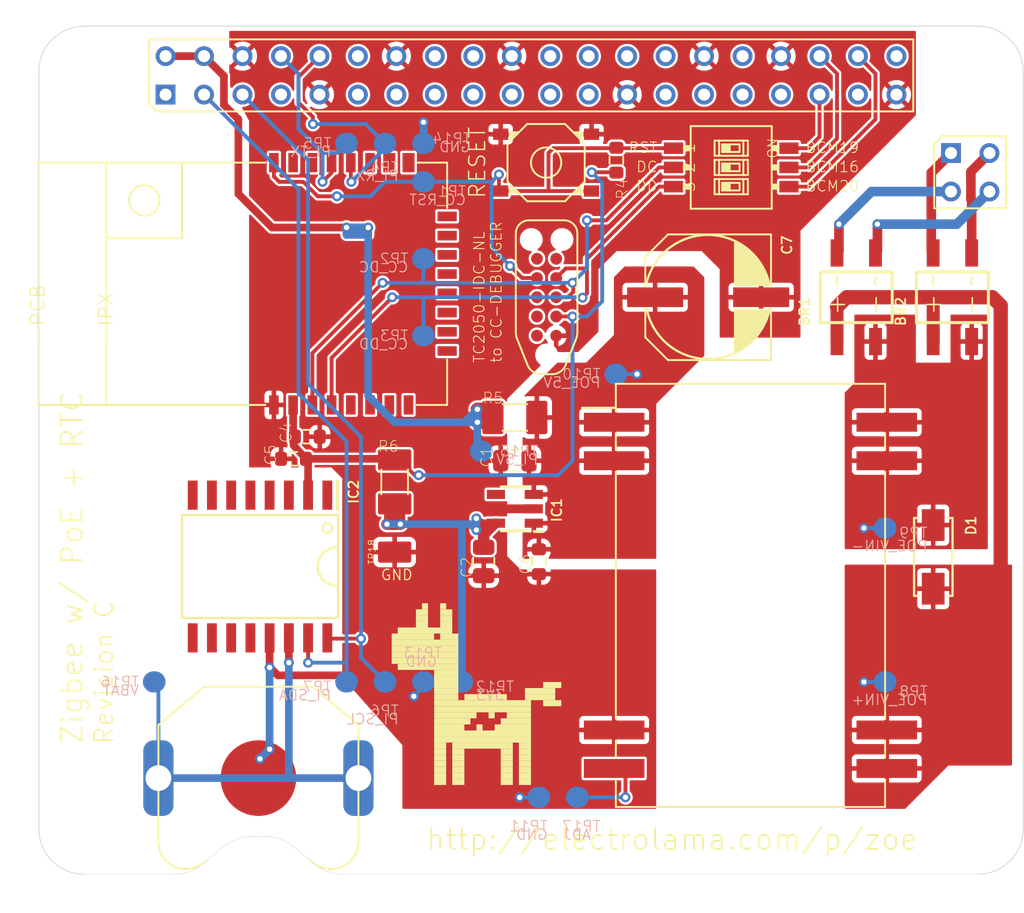
<source format=kicad_pcb>
(kicad_pcb (version 20211014) (generator pcbnew)
  (layers (0 "F.Cu" signal) (31 "B.Cu" signal) (34 "B.Paste" user) (35 "F.Paste" user) (36 "B.SilkS" user "B.Silkscreen") (37 "F.SilkS" user "F.Silkscreen") (38 "B.Mask" user) (39 "F.Mask" user) (44 "Edge.Cuts" user))
  (net 0 "")
  (net 1 "GND")
  (net 2 "POE_VIN+")
  (net 3 "POE_VIN-")
  (net 4 "VB1")
  (net 5 "VB2")
  (net 6 "VA1")
  (net 7 "VA2")
  (net 8 "PI_5V")
  (net 9 "PI_3V3")
  (net 10 "PI_SDA")
  (net 11 "PI_SCL")
  (net 12 "PI_TX")
  (net 13 "PI_RX")
  (net 14 "GP19")
  (net 15 "GP16")
  (net 16 "GP20")
  (net 17 "N$1")
  (net 18 "POE_5V")
  (net 19 "VCC")
  (net 20 "CC_RST")
  (net 21 "CC_DC")
  (net 22 "CC_DD")
  (net 23 "LDO_OUT")
  (net 24 "POE_ADJ")
  (footprint "boardEagle:ELECTROLAMA" (layer "F.Cu") (at 145.3186 122.5511)
    (fp_text reference "U$1" hide)
    (fp_text value "LOGO-ELECTROLAMA" hide)
  )
  (footprint "boardEagle:TP_DUAL_1206" (layer "F.Cu") (at 147.4336 102.8411)
    (fp_text reference "R5")
    (fp_text value "0")
  )
  (footprint "boardEagle:_PKG_C_0603" (layer "F.Cu") (at 132.8159 105.5716 180)
    (fp_text reference "C5")
    (fp_text value "100n")
  )
  (footprint "boardEagle:SOIC127P1032X265-16N" (layer "F.Cu") (at 130.6061 112.6836 -90)
    (fp_text reference "IC2")
    (fp_text value "")
  )
  (footprint "boardEagle:TC2050-IDC-NL" (layer "F.Cu") (at 149.5291 94.9036 90)
    (fp_text reference "CON1" hide)
    (fp_text value "" hide)
  )
  (footprint "boardEagle:DIOM5126X250N-NOPOL" (layer "F.Cu") (at 175.0561 112.0486 90)
    (fp_text reference "D1")
    (fp_text value "SMAJ58CA")
  )
  (footprint "boardEagle:_PKG_C_0805" (layer "F.Cu") (at 145.3762 112.3534 90)
    (fp_text reference "C2")
    (fp_text value "22u")
  )
  (footprint "boardEagle:_PKG_C_0603" (layer "F.Cu") (at 133.7303 104.1111)
    (fp_text reference "C4")
    (fp_text value "100n")
  )
  (footprint "boardEagle:TP_S2751-46R" (layer "F.Cu") (at 139.4961 111.7311 90)
    (fp_text reference "TP18")
    (fp_text value "TP-HOOK")
  )
  (footprint "boardEagle:_PKG_C_0603" (layer "F.Cu") (at 149.0211 112.3661 -90)
    (fp_text reference "C6")
    (fp_text value "2u2")
  )
  (footprint "boardEagle:XKB-TS-1187A" (layer "F.Cu") (at 149.49735 86.0136)
    (fp_text reference "SW2" hide)
    (fp_text value "" hide)
  )
  (footprint "boardEagle:SOP254P665X270-4N" (layer "F.Cu") (at 169.9761 94.9036 90)
    (fp_text reference "BR1")
    (fp_text value "MB6S")
  )
  (footprint "boardEagle:_PKG_C_0603" (layer "F.Cu") (at 154.1361 85.85485 -90)
    (fp_text reference "R4")
    (fp_text value "4K7")
  )
  (footprint "boardEagle:SILVERTEL_AG9800M" (layer "F.Cu") (at 162.9911 114.5886 -90)
    (fp_text reference "MOD2" hide)
    (fp_text value "AG9805-MT")
  )
  (footprint "boardEagle:SOP254P665X270-4N" (layer "F.Cu") (at 176.3261 94.9036 90)
    (fp_text reference "BR2")
    (fp_text value "MB6S")
  )
  (footprint "boardEagle:TP_DUAL_1206" (layer "F.Cu") (at 139.4961 107.0956 90)
    (fp_text reference "R6")
    (fp_text value "0")
  )
  (footprint "boardEagle:_CAP_ELCO_D8_L10.5" (layer "F.Cu") (at 160.1971 94.9036 180)
    (fp_text reference "C7")
    (fp_text value "470u")
  )
  (footprint "boardEagle:SOT95P280X145-5N" (layer "F.Cu") (at 147.4336 108.8736 180)
    (fp_text reference "IC1")
    (fp_text value "TLV70333DBVR")
  )
  (footprint "boardEagle:_PKG_C_0805" (layer "F.Cu") (at 147.4336 105.6986)
    (fp_text reference "C1")
    (fp_text value "22u")
  )
  (footprint "boardEagle:RPI-HAT-FULL" (layer "F.Cu") (at 116.0011 133.0036)
    (fp_text reference "MOD3" hide)
    (fp_text value "RPI-HAT-FULL")
  )
  (footprint "boardEagle:EBYTE-E18-MS1PA1" (layer "F.Cu") (at 129.4631 94.0146 -90)
    (fp_text reference "MOD1" hide)
    (fp_text value "E18-MS1PA1-IPX/PCB")
  )
  (footprint "boardEagle:KEYSTONE_3001" (layer "F.Cu") (at 130.5011 126.6536 180)
    (fp_text reference "BAT1" hide)
    (fp_text value "KEYSTONE 3001")
  )
  (footprint "boardEagle:DSHP03TS-S" (layer "F.Cu") (at 161.7211 86.3311 -90)
    (fp_text reference "SW1" hide)
    (fp_text value "DSHP03TS-S" hide)
  )
  (footprint "boardEagle:TP_DOT" (layer "B.Cu") (at 141.4011 84.7436 180)
    (fp_text reference "TP14")
    (fp_text value "TP" hide)
  )
  (footprint "boardEagle:TP_DOT" (layer "B.Cu") (at 151.5611 127.9236 180)
    (fp_text reference "TP17")
    (fp_text value "TP" hide)
  )
  (footprint "boardEagle:TP_DOT" (layer "B.Cu") (at 141.4011 87.2836 180)
    (fp_text reference "TP1")
    (fp_text value "TP" hide)
  )
  (footprint "boardEagle:TP_DOT" (layer "B.Cu") (at 145.2111 105.0636 180)
    (fp_text reference "TP15")
    (fp_text value "TP" hide)
  )
  (footprint "boardEagle:TP_DOT" (layer "B.Cu") (at 154.1011 99.9836 180)
    (fp_text reference "TP10")
    (fp_text value "TP" hide)
  )
  (footprint "boardEagle:TP_DOT" (layer "B.Cu") (at 138.8611 84.7436 180)
    (fp_text reference "TP4")
    (fp_text value "TP" hide)
  )
  (footprint "boardEagle:TP_DOT" (layer "B.Cu") (at 143.9411 120.3036 180)
    (fp_text reference "TP12")
    (fp_text value "TP" hide)
  )
  (footprint "boardEagle:TP_DOT" (layer "B.Cu") (at 171.8811 120.3036 180)
    (fp_text reference "TP8")
    (fp_text value "TP" hide)
  )
  (footprint "boardEagle:TP_DOT" (layer "B.Cu") (at 136.3211 84.7436 180)
    (fp_text reference "TP5")
    (fp_text value "TP" hide)
  )
  (footprint "boardEagle:TP_DOT" (layer "B.Cu") (at 171.8811 110.1436 180)
    (fp_text reference "TP9")
    (fp_text value "TP" hide)
  )
  (footprint "boardEagle:TP_DOT" (layer "B.Cu") (at 141.4011 97.4436 180)
    (fp_text reference "TP3")
    (fp_text value "TP" hide)
  )
  (footprint "boardEagle:TP_DOT" (layer "B.Cu") (at 141.4011 120.3036 180)
    (fp_text reference "TP13")
    (fp_text value "TP" hide)
  )
  (footprint "boardEagle:TP_DOT" (layer "B.Cu") (at 141.4011 92.3636 180)
    (fp_text reference "TP2")
    (fp_text value "TP" hide)
  )
  (footprint "boardEagle:TP_DOT" (layer "B.Cu") (at 123.6211 120.3036 180)
    (fp_text reference "TP16")
    (fp_text value "TP" hide)
  )
  (footprint "boardEagle:TP_DOT" (layer "B.Cu") (at 138.8611 120.3036 180)
    (fp_text reference "TP6")
    (fp_text value "TP" hide)
  )
  (footprint "boardEagle:TP_DOT" (layer "B.Cu") (at 149.0211 127.9236 180)
    (fp_text reference "TP11")
    (fp_text value "TP" hide)
  )
  (footprint "boardEagle:TP_DOT" (layer "B.Cu") (at 136.3211 120.3036 180)
    (fp_text reference "TP7")
    (fp_text value "TP" hide)
  )
  (gr_line (start 154.1011 102.2061) (end 151.8786 102.2061) (layer "F.SilkS") (width 0.1524))
  (gr_arc (start 178.0011 77.0036) (mid 180.12242 77.88228) (end 181.0011 80.0036) (layer "Edge.Cuts") (width 0.05))
  (gr_arc (start 126.835503 132.308266) (mid 125.936226 132.824416) (end 124.91495 133.003601) (layer "Edge.Cuts") (width 0.0254))
  (gr_arc (start 136.08725 133.0036) (mid 135.065974 132.824416) (end 134.166696 132.308266) (layer "Edge.Cuts") (width 0.0254))
  (gr_line (start 181.0011 130.0036) (end 181.0011 80.0036) (layer "Edge.Cuts") (width 0.05))
  (gr_line (start 178.0011 77.0036) (end 119.0011 77.0036) (layer "Edge.Cuts") (width 0.05))
  (gr_line (start 128.166696 131.198938) (end 126.835503 132.308266) (layer "Edge.Cuts") (width 0.0254))
  (gr_line (start 178.0011 133.0036) (end 136.08725 133.0036) (layer "Edge.Cuts") (width 0.0254))
  (gr_arc (start 119.0011 133.0036) (mid 116.87978 132.12492) (end 116.0011 130.0036) (layer "Edge.Cuts") (width 0.05))
  (gr_line (start 124.91495 133.0036) (end 119.0011 133.0036) (layer "Edge.Cuts") (width 0.0254))
  (gr_arc (start 116.0011 80.0036) (mid 116.87978 77.88228) (end 119.0011 77.0036) (layer "Edge.Cuts") (width 0.05))
  (gr_line (start 116.0011 80.0036) (end 116.0011 130.0036) (layer "Edge.Cuts") (width 0.05))
  (gr_line (start 134.166696 132.308266) (end 132.835503 131.198938) (layer "Edge.Cuts") (width 0.0254))
  (gr_arc (start 181.0011 130.0036) (mid 180.12242 132.12492) (end 178.0011 133.0036) (layer "Edge.Cuts") (width 0.05))
  (gr_arc (start 130.91495 130.503599) (mid 131.936226 130.682785) (end 132.835503 131.198938) (layer "Edge.Cuts") (width 0.0254))
  (gr_line (start 130.91495 130.5036) (end 130.08725 130.5036) (layer "Edge.Cuts") (width 0.0254))
  (gr_arc (start 128.166696 131.198937) (mid 129.065974 130.682785) (end 130.08725 130.5036) (layer "Edge.Cuts") (width 0.0254))
  (gr_text "POE_VIN-" (at 174.7386 111.7311) (layer "B.SilkS") (effects (font (size 0.6858 0.6858) (thickness 0.0762)) (justify left bottom mirror)))
  (gr_text "CC_RST" (at 144.2586 88.8711) (layer "B.SilkS") (effects (font (size 0.6858 0.6858) (thickness 0.0762)) (justify left bottom mirror)))
  (gr_text "CC_DD" (at 140.4486 98.3961) (layer "B.SilkS") (effects (font (size 0.6858 0.6858) (thickness 0.0762)) (justify left bottom mirror)))
  (gr_text "POE_5V" (at 153.1486 100.9361) (layer "B.SilkS") (effects (font (size 0.6858 0.6858) (thickness 0.0762)) (justify left bottom mirror)))
  (gr_text "PI_5V" (at 149.0211 106.0161) (layer "B.SilkS") (effects (font (size 0.6858 0.6858) (thickness 0.0762)) (justify left bottom mirror)))
  (gr_text "CC_DC" (at 140.4486 93.3161) (layer "B.SilkS") (effects (font (size 0.6858 0.6858) (thickness 0.0762)) (justify left bottom mirror)))
  (gr_text "POE_VIN+" (at 174.7386 121.8911) (layer "B.SilkS") (effects (font (size 0.6858 0.6858) (thickness 0.0762)) (justify left bottom mirror)))
  (gr_text "PI_TX" (at 135.3686 85.6961) (layer "B.SilkS") (effects (font (size 0.6858 0.6858) (thickness 0.0762)) (justify left bottom mirror)))
  (gr_text "PI_RX" (at 139.8136 87.2836) (layer "B.SilkS") (effects (font (size 0.6858 0.6858) (thickness 0.0762)) (justify left bottom mirror)))
  (gr_text "PI_SCL" (at 139.8136 123.1611) (layer "B.SilkS") (effects (font (size 0.6858 0.6858) (thickness 0.0762)) (justify left bottom mirror)))
  (gr_text "GND" (at 144.5761 85.3786) (layer "B.SilkS") (effects (font (size 0.6858 0.6858) (thickness 0.0762)) (justify left bottom mirror)))
  (gr_text "GND" (at 149.6561 130.7811) (layer "B.SilkS") (effects (font (size 0.6858 0.6858) (thickness 0.0762)) (justify left bottom mirror)))
  (gr_text "PI_SDA" (at 135.3686 121.5736) (layer "B.SilkS") (effects (font (size 0.6858 0.6858) (thickness 0.0762)) (justify left bottom mirror)))
  (gr_text "GND" (at 142.3536 119.3511) (layer "B.SilkS") (effects (font (size 0.6858 0.6858) (thickness 0.0762)) (justify left bottom mirror)))
  (gr_text "ADJ" (at 152.5136 130.7811) (layer "B.SilkS") (effects (font (size 0.6858 0.6858) (thickness 0.0762)) (justify left bottom mirror)))
  (gr_text "3V3" (at 146.7986 121.5736) (layer "B.SilkS") (effects (font (size 0.6858 0.6858) (thickness 0.0762)) (justify left bottom mirror)))
  (gr_text "VBAT" (at 122.6686 121.2561) (layer "B.SilkS") (effects (font (size 0.6858 0.6858) (thickness 0.0762)) (justify left bottom mirror)))
  (gr_text "TC2050-IDC-NL\nto CC-DEBUGGER" (at 146.6161 99.2736 90) (layer "F.SilkS") (effects (font (size 0.70104 0.70104) (thickness 0.06096)) (justify left bottom)))
  (gr_text "BCM16" (at 166.58985 86.7061) (layer "F.SilkS") (effects (font (size 0.70104 0.70104) (thickness 0.06096)) (justify left bottom)))
  (gr_text "Zigbee w/ PoE + RTC" (at 119.0011 124.5036 90) (layer "F.SilkS") (effects (font (size 1.38 1.38) (thickness 0.12)) (justify left bottom)))
  (gr_text "http://electrolama.com/p/zoe" (at 141.5011 131.5036) (layer "F.SilkS") (effects (font (size 1.38 1.38) (thickness 0.12)) (justify left bottom)))
  (gr_text "RST" (at 156.88985 85.4361) (layer "F.SilkS") (effects (font (size 0.70104 0.70104) (thickness 0.06096)) (justify right bottom)))
  (gr_text "BCM19" (at 166.58985 85.4361) (layer "F.SilkS") (effects (font (size 0.70104 0.70104) (thickness 0.06096)) (justify left bottom)))
  (gr_text "GND" (at 138.5436 113.6361) (layer "F.SilkS") (effects (font (size 0.6858 0.6858) (thickness 0.0762)) (justify left bottom)))
  (gr_text "DC" (at 156.88985 86.7061) (layer "F.SilkS") (effects (font (size 0.70104 0.70104) (thickness 0.06096)) (justify right bottom)))
  (gr_text "Revision C" (at 121.0011 124.5036 90) (layer "F.SilkS") (effects (font (size 1.196 1.196) (thickness 0.104)) (justify left bottom)))
  (gr_text "BCM20" (at 166.58985 87.9761) (layer "F.SilkS") (effects (font (size 0.70104 0.70104) (thickness 0.06096)) (justify left bottom)))
  (gr_text "RESET" (at 144.9511 86.0136 90) (layer "F.SilkS") (effects (font (size 1.05156 1.05156) (thickness 0.09144))))
  (gr_text "DD" (at 156.88985 87.9761) (layer "F.SilkS") (effects (font (size 0.70104 0.70104) (thickness 0.06096)) (justify right bottom)))
  (segment (start 131.784062 119.869) (end 137.000365 119.869) (width 0.508) (layer "F.Cu") (net 1))
  (segment (start 150.1641 97.4436) (end 150.9261 97.4436) (width 0.254) (layer "F.Cu") (net 1))
  (segment (start 130.5011 126.6536) (end 130.5011 125.4886) (width 0.508) (layer "F.Cu") (net 1))
  (segment (start 131.2411 119.3511) (end 131.266162 119.3511) (width 0.508) (layer "F.Cu") (net 1))
  (segment (start 130.6061 125.3836) (end 130.6061 126.5486) (width 0.508) (layer "F.Cu") (net 1))
  (segment (start 130.6061 126.5486) (end 130.5011 126.6536) (width 0.508) (layer "F.Cu") (net 1))
  (segment (start 130.5011 125.4886) (end 130.6061 125.3836) (width 0.508) (layer "F.Cu") (net 1))
  (segment (start 130.6061 125.3836) (end 131.2411 124.7486) (width 0.508) (layer "F.Cu") (net 1))
  (segment (start 131.266162 119.3511) (end 131.784062 119.869) (width 0.508) (layer "F.Cu") (net 1))
  (segment (start 150.9261 97.4436) (end 150.9261 97.1261) (width 0.254) (layer "F.Cu") (net 1))
  (segment (start 131.2411 117.3956) (end 131.2411 119.3511) (width 0.508) (layer "F.Cu") (net 1))
  (segment (start 148.6836 108.8736) (end 146.1636 108.8736) (width 0.5842) (layer "F.Cu") (net 1))
  (via (at 147.7511 127.9236) (size 0.6548) (drill 0.35) (layers "F.Cu" "B.Cu") (net 1))
  (via (at 131.2411 119.3511) (size 0.6548) (drill 0.35) (layers "F.Cu" "B.Cu") (net 1))
  (via (at 131.2411 124.7486) (size 0.6548) (drill 0.35) (layers "F.Cu" "B.Cu") (net 1))
  (via (at 130.6061 125.3836) (size 0.6548) (drill 0.35) (layers "F.Cu" "B.Cu") (net 1))
  (via (at 140.7661 121.2561) (size 0.6548) (drill 0.35) (layers "F.Cu" "B.Cu") (net 1))
  (via (at 141.4011 83.3466) (size 0.6548) (drill 0.35) (layers "F.Cu" "B.Cu") (net 1))
  (segment (start 141.4011 84.7436) (end 141.4011 83.3466) (width 0.508) (layer "B.Cu") (net 1))
  (segment (start 131.2411 119.3511) (end 131.2411 124.7486) (width 0.508) (layer "B.Cu") (net 1))
  (segment (start 141.4011 120.3036) (end 141.4011 120.6211) (width 0.254) (layer "B.Cu") (net 1))
  (segment (start 131.2411 124.7486) (end 130.6061 125.3836) (width 0.508) (layer "B.Cu") (net 1))
  (segment (start 141.4011 120.6211) (end 140.7661 121.2561) (width 0.254) (layer "B.Cu") (net 1))
  (segment (start 149.0211 127.9236) (end 147.7511 127.9236) (width 0.254) (layer "B.Cu") (net 1))
  (segment (start 175.0561 97.8286) (end 175.0561 94.9036) (width 0.8636) (layer "F.Cu") (net 2))
  (segment (start 179.5152 114.257) (end 179.5011 114.2711) (width 0.762) (layer "F.Cu") (net 2))
  (segment (start 178.9691 94.9036) (end 179.5152 95.4497) (width 0.9398) (layer "F.Cu") (net 2))
  (segment (start 179.5152 95.4497) (end 179.5152 114.257) (width 0.9398) (layer "F.Cu") (net 2))
  (segment (start 175.0561 94.9036) (end 178.9691 94.9036) (width 0.9398) (layer "F.Cu") (net 2))
  (segment (start 168.7061 95.5386) (end 169.3411 94.9036) (width 0.9398) (layer "F.Cu") (net 2))
  (segment (start 168.7061 97.8286) (end 168.7061 95.5386) (width 0.8636) (layer "F.Cu") (net 2))
  (segment (start 169.3411 94.9036) (end 175.0561 94.9036) (width 0.9398) (layer "F.Cu") (net 2))
  (via (at 170.4841 120.3036) (size 0.6548) (drill 0.35) (layers "F.Cu" "B.Cu") (net 2))
  (segment (start 171.8811 120.3036) (end 170.4841 120.3036) (width 0.254) (layer "B.Cu") (net 2))
  (via (at 170.4841 110.1436) (size 0.6548) (drill 0.35) (layers "F.Cu" "B.Cu") (net 3))
  (segment (start 171.8811 110.1436) (end 170.4841 110.1436) (width 0.254) (layer "B.Cu") (net 3))
  (segment (start 171.3731 90.0776) (end 171.3731 91.8516) (width 0.635) (layer "F.Cu") (net 4))
  (segment (start 171.3731 91.8516) (end 171.2461 91.9786) (width 0.635) (layer "F.Cu") (net 4))
  (via (at 171.3731 90.0776) (size 0.6548) (drill 0.35) (layers "F.Cu" "B.Cu") (net 4))
  (segment (start 178.77085 87.92495) (end 176.6182 90.0776) (width 0.635) (layer "B.Cu") (net 4))
  (segment (start 176.6182 90.0776) (end 171.3731 90.0776) (width 0.635) (layer "B.Cu") (net 4))
  (segment (start 168.8331 90.0776) (end 168.8331 91.8516) (width 0.635) (layer "F.Cu") (net 5))
  (segment (start 168.8331 91.8516) (end 168.7061 91.9786) (width 0.635) (layer "F.Cu") (net 5))
  (via (at 168.8331 90.0776) (size 0.6548) (drill 0.35) (layers "F.Cu" "B.Cu") (net 5))
  (segment (start 176.23085 87.92495) (end 170.98575 87.92495) (width 0.635) (layer "B.Cu") (net 5))
  (segment (start 170.98575 87.92495) (end 168.8331 90.0776) (width 0.635) (layer "B.Cu") (net 5))
  (segment (start 177.5961 91.9786) (end 177.5961 88.482188) (width 0.635) (layer "F.Cu") (net 6))
  (segment (start 177.54615 86.60965) (end 178.77085 85.38495) (width 0.635) (layer "F.Cu") (net 6))
  (segment (start 177.5961 88.482188) (end 177.54615 88.432238) (width 0.635) (layer "F.Cu") (net 6))
  (segment (start 177.54615 88.432238) (end 177.54615 86.60965) (width 0.635) (layer "F.Cu") (net 6))
  (segment (start 176.23085 85.38495) (end 174.9291 86.6867) (width 0.635) (layer "F.Cu") (net 7))
  (segment (start 174.9291 86.6867) (end 174.9291 91.8516) (width 0.635) (layer "F.Cu") (net 7))
  (segment (start 174.9291 91.8516) (end 175.0561 91.9786) (width 0.635) (layer "F.Cu") (net 7))
  (segment (start 128.22485 80.2986) (end 128.22485 82.2036) (width 0.508) (layer "F.Cu") (net 8))
  (segment (start 145.592353 102.449854) (end 145.592353 102.304654) (width 0.508) (layer "F.Cu") (net 8))
  (segment (start 145.678037 103.146663) (end 144.959387 103.146663) (width 0.889) (layer "F.Cu") (net 8))
  (segment (start 136.27665 90.29985) (end 136.2703 90.3062) (width 0.508) (layer "F.Cu") (net 8))
  (segment (start 136.3211 90.29985) (end 131.39985 90.29985) (width 0.508) (layer "F.Cu") (net 8))
  (segment (start 145.9836 102.8411) (end 145.678037 103.146663) (width 0.508) (layer "F.Cu") (net 8))
  (segment (start 136.3211 90.78245) (end 136.3211 90.29985) (width 0.508) (layer "F.Cu") (net 8))
  (segment (start 124.3704 78.98415) (end 126.9104 78.98415) (width 0.508) (layer "F.Cu") (net 8))
  (segment (start 145.9836 102.8411) (end 145.592353 102.449854) (width 0.508) (layer "F.Cu") (net 8))
  (segment (start 128.22485 82.2036) (end 129.17735 83.1561) (width 0.508) (layer "F.Cu") (net 8))
  (segment (start 131.39985 90.29985) (end 129.17735 88.07735) (width 0.508) (layer "F.Cu") (net 8))
  (segment (start 137.74985 90.29985) (end 137.74985 90.78245) (width 0.508) (layer "F.Cu") (net 8))
  (segment (start 129.17735 83.1561) (end 129.17735 88.07735) (width 0.508) (layer "F.Cu") (net 8))
  (segment (start 137.74985 90.78245) (end 136.3211 90.78245) (width 0.508) (layer "F.Cu") (net 8))
  (segment (start 126.9104 78.98415) (end 128.22485 80.2986) (width 0.508) (layer "F.Cu") (net 8))
  (segment (start 137.74985 90.29985) (end 136.27665 90.29985) (width 0.508) (layer "F.Cu") (net 8))
  (segment (start 144.959387 103.146663) (end 144.959387 103.1586) (width 0.508) (layer "F.Cu") (net 8))
  (segment (start 145.592353 102.304654) (end 144.959387 102.304654) (width 0.889) (layer "F.Cu") (net 8))
  (via (at 136.3211 90.29985) (size 0.6548) (drill 0.35) (layers "F.Cu" "B.Cu") (net 8))
  (via (at 137.74985 90.29985) (size 0.6548) (drill 0.35) (layers "F.Cu" "B.Cu") (net 8))
  (via (at 144.959387 103.1586) (size 0.6548) (drill 0.35) (layers "F.Cu" "B.Cu") (net 8))
  (via (at 144.959387 102.304654) (size 0.6548) (drill 0.35) (layers "F.Cu" "B.Cu") (net 8))
  (segment (start 137.74985 101.41235) (end 139.4961 103.1586) (width 0.508) (layer "B.Cu") (net 8))
  (segment (start 144.959387 103.1586) (end 144.9571 103.160888) (width 0.508) (layer "B.Cu") (net 8))
  (segment (start 137.74985 90.7761) (end 136.3211 90.7761) (width 0.508) (layer "B.Cu") (net 8))
  (segment (start 137.74985 101.41235) (end 137.74985 90.7761) (width 0.508) (layer "B.Cu") (net 8))
  (segment (start 144.9571 104.8096) (end 145.2111 105.0636) (width 0.508) (layer "B.Cu") (net 8))
  (segment (start 136.3211 90.29985) (end 137.74985 90.29985) (width 0.508) (layer "B.Cu") (net 8))
  (segment (start 139.4961 103.1586) (end 144.10544 103.1586) (width 0.508) (layer "B.Cu") (net 8))
  (segment (start 136.3211 90.29985) (end 136.3211 90.7761) (width 0.508) (layer "B.Cu") (net 8))
  (segment (start 144.9571 103.160888) (end 144.9571 104.8096) (width 0.508) (layer "B.Cu") (net 8))
  (segment (start 144.959387 102.304654) (end 144.959387 103.1586) (width 0.508) (layer "B.Cu") (net 8))
  (segment (start 144.10544 103.1586) (end 144.959387 103.1586) (width 0.508) (layer "B.Cu") (net 8))
  (segment (start 144.959387 102.304654) (end 144.10544 103.1586) (width 0.508) (layer "B.Cu") (net 8))
  (segment (start 137.74985 90.29985) (end 137.74985 90.7761) (width 0.508) (layer "B.Cu") (net 8))
  (segment (start 133.7811 117.3956) (end 133.7811 119.0336) (width 0.254) (layer "F.Cu") (net 10))
  (via (at 133.7811 119.0336) (size 0.6548) (drill 0.35) (layers "F.Cu" "B.Cu") (net 10))
  (segment (start 133.1461 87.75985) (end 126.9104 81.52415) (width 0.254) (layer "B.Cu") (net 10))
  (segment (start 136.3211 119.0336) (end 136.3211 120.3036) (width 0.254) (layer "B.Cu") (net 10))
  (segment (start 133.7811 119.0336) (end 136.3211 119.0336) (width 0.254) (layer "B.Cu") (net 10))
  (segment (start 133.1461 101.2536) (end 136.3211 104.4286) (width 0.254) (layer "B.Cu") (net 10))
  (segment (start 133.1461 101.2536) (end 133.1461 87.75985) (width 0.254) (layer "B.Cu") (net 10))
  (segment (start 136.3211 104.4286) (end 136.3211 119.0336) (width 0.254) (layer "B.Cu") (net 10))
  (segment (start 137.2736 117.4461) (end 135.1016 117.4461) (width 0.254) (layer "F.Cu") (net 11))
  (segment (start 135.1016 117.4461) (end 135.0511 117.3956) (width 0.254) (layer "F.Cu") (net 11))
  (via (at 137.2736 117.4461) (size 0.6548) (drill 0.35) (layers "F.Cu" "B.Cu") (net 11))
  (segment (start 129.4504 81.52415) (end 133.7811 85.85485) (width 0.254) (layer "B.Cu") (net 11))
  (segment (start 137.2736 104.1111) (end 137.2736 117.4461) (width 0.254) (layer "B.Cu") (net 11))
  (segment (start 138.8611 120.3036) (end 137.2736 118.7161) (width 0.254) (layer "B.Cu") (net 11))
  (segment (start 137.2736 118.7161) (end 137.2736 117.4461) (width 0.254) (layer "B.Cu") (net 11))
  (segment (start 133.7811 100.6186) (end 137.2736 104.1111) (width 0.254) (layer "B.Cu") (net 11))
  (segment (start 133.7811 85.85485) (end 133.7811 100.6186) (width 0.254) (layer "B.Cu") (net 11))
  (segment (start 135.3331 86.6841) (end 134.7336 87.2836) (width 0.254) (layer "F.Cu") (net 12))
  (segment (start 135.3331 86.0146) (end 135.3331 86.6841) (width 0.254) (layer "F.Cu") (net 12))
  (via (at 134.7336 87.2836) (size 0.6548) (drill 0.35) (layers "F.Cu" "B.Cu") (net 12))
  (segment (start 136.3211 84.7436) (end 135.6861 85.3786) (width 0.254) (layer "B.Cu") (net 12))
  (segment (start 131.9904 78.98415) (end 133.1461 80.13985) (width 0.254) (layer "B.Cu") (net 12))
  (segment (start 134.7336 85.3786) (end 134.7336 87.2836) (width 0.254) (layer "B.Cu") (net 12))
  (segment (start 133.1461 80.13985) (end 133.1461 83.7911) (width 0.254) (layer "B.Cu") (net 12))
  (segment (start 133.1461 83.7911) (end 134.7336 85.3786) (width 0.254) (layer "B.Cu") (net 12))
  (segment (start 135.6861 85.3786) (end 134.7336 85.3786) (width 0.254) (layer "B.Cu") (net 12))
  (segment (start 136.6031 87.2481) (end 136.6031 86.0146) (width 0.254) (layer "F.Cu") (net 13))
  (segment (start 133.1461 82.04485) (end 134.0986 82.99735) (width 0.254) (layer "F.Cu") (net 13))
  (segment (start 134.5304 78.98415) (end 133.1461 80.36845) (width 0.254) (layer "F.Cu") (net 13))
  (segment (start 134.0986 82.99735) (end 134.0986 83.4736) (width 0.254) (layer "F.Cu") (net 13))
  (segment (start 133.1461 80.36845) (end 133.1461 82.04485) (width 0.254) (layer "F.Cu") (net 13))
  (segment (start 136.6386 87.2836) (end 136.6031 87.2481) (width 0.254) (layer "F.Cu") (net 13))
  (via (at 136.6386 87.2836) (size 0.6548) (drill 0.35) (layers "F.Cu" "B.Cu") (net 13))
  (via (at 134.0986 83.4736) (size 0.6548) (drill 0.35) (layers "F.Cu" "B.Cu") (net 13))
  (segment (start 134.0986 83.4736) (end 137.5911 83.4736) (width 0.254) (layer "B.Cu") (net 13))
  (segment (start 137.5911 83.4736) (end 138.8611 84.7436) (width 0.254) (layer "B.Cu") (net 13))
  (segment (start 138.8611 85.0611) (end 136.6386 87.2836) (width 0.254) (layer "B.Cu") (net 13))
  (segment (start 138.8611 84.7436) (end 138.8611 85.0611) (width 0.254) (layer "B.Cu") (net 13))
  (segment (start 167.5504 84.3118) (end 166.8011 85.0611) (width 0.254) (layer "F.Cu") (net 14))
  (segment (start 166.8011 85.0611) (end 165.5311 85.0611) (width 0.254) (layer "F.Cu") (net 14))
  (segment (start 167.5504 81.52415) (end 167.5504 84.3118) (width 0.254) (layer "F.Cu") (net 14))
  (segment (start 167.5504 78.98415) (end 168.7061 80.13985) (width 0.254) (layer "F.Cu") (net 15))
  (segment (start 168.7061 80.13985) (end 168.7061 84.4261) (width 0.254) (layer "F.Cu") (net 15))
  (segment (start 168.7061 84.4261) (end 166.8011 86.3311) (width 0.254) (layer "F.Cu") (net 15))
  (segment (start 166.8011 86.3311) (end 165.5311 86.3311) (width 0.254) (layer "F.Cu") (net 15))
  (segment (start 170.0904 78.98415) (end 171.2461 80.13985) (width 0.254) (layer "F.Cu") (net 16))
  (segment (start 171.2461 83.1561) (end 166.8011 87.6011) (width 0.254) (layer "F.Cu") (net 16))
  (segment (start 166.8011 87.6011) (end 165.5311 87.6011) (width 0.254) (layer "F.Cu") (net 16))
  (segment (start 171.2461 80.13985) (end 171.2461 83.1561) (width 0.254) (layer "F.Cu") (net 16))
  (segment (start 132.5111 117.3956) (end 132.5111 119.0336) (width 0.508) (layer "F.Cu") (net 17))
  (via (at 132.5111 119.0336) (size 0.6548) (drill 0.35) (layers "F.Cu" "B.Cu") (net 17))
  (segment (start 132.5111 119.0336) (end 132.5111 126.6536) (width 0.508) (layer "B.Cu") (net 17))
  (segment (start 123.8971 126.6536) (end 123.8971 120.5796) (width 0.254) (layer "B.Cu") (net 17))
  (segment (start 123.8971 120.5796) (end 123.6211 120.3036) (width 0.254) (layer "B.Cu") (net 17))
  (segment (start 123.8971 126.6536) (end 132.5111 126.6536) (width 0.508) (layer "B.Cu") (net 17))
  (segment (start 137.1051 126.6536) (end 132.5111 126.6536) (width 0.508) (layer "B.Cu") (net 17))
  (via (at 155.4981 99.9836) (size 0.6548) (drill 0.35) (layers "F.Cu" "B.Cu") (net 18))
  (segment (start 154.1011 99.9836) (end 155.4981 99.9836) (width 0.254) (layer "B.Cu") (net 18))
  (segment (start 140.8191 106.6511) (end 139.8136 105.6456) (width 0.254) (layer "F.Cu") (net 19))
  (segment (start 132.7931 102.0146) (end 132.7931 103.9939) (width 0.508) (layer "F.Cu") (net 19))
  (segment (start 132.7931 102.0146) (end 132.8341 102.0556) (width 0.508) (layer "F.Cu") (net 19))
  (segment (start 152.5136 86.6486) (end 154.10985 86.6486) (width 0.254) (layer "F.Cu") (net 19))
  (segment (start 133.6359 105.5716) (end 133.7811 105.6406) (width 0.508) (layer "F.Cu") (net 19))
  (segment (start 139.4221 105.5716) (end 133.6359 105.5716) (width 0.508) (layer "F.Cu") (net 19))
  (segment (start 132.8341 104.4231) (end 132.8286 104.4286) (width 0.508) (layer "F.Cu") (net 19))
  (segment (start 139.8136 105.6456) (end 139.4961 105.6456) (width 0.254) (layer "F.Cu") (net 19))
  (segment (start 132.9103 104.1111) (end 132.8341 104.4231) (width 0.508) (layer "F.Cu") (net 19))
  (segment (start 139.4961 105.6456) (end 139.4221 105.5716) (width 0.508) (layer "F.Cu") (net 19))
  (segment (start 132.7931 103.9939) (end 132.9103 104.1111) (width 0.508) (layer "F.Cu") (net 19))
  (segment (start 132.8286 104.6881) (end 133.6359 105.5716) (width 0.508) (layer "F.Cu") (net 19))
  (segment (start 141.0836 106.6511) (end 140.8191 106.6511) (width 0.254) (layer "F.Cu") (net 19))
  (segment (start 150.1641 96.1736) (end 151.2436 96.1736) (width 0.254) (layer "F.Cu") (net 19))
  (segment (start 154.10985 86.6486) (end 154.1361 86.67485) (width 0.254) (layer "F.Cu") (net 19))
  (segment (start 133.7811 105.6406) (end 133.7811 107.9716) (width 0.508) (layer "F.Cu") (net 19))
  (segment (start 132.8286 104.4286) (end 132.8286 104.6881) (width 0.508) (layer "F.Cu") (net 19))
  (via (at 141.0836 106.6511) (size 0.6548) (drill 0.35) (layers "F.Cu" "B.Cu") (net 19))
  (via (at 152.5136 86.6486) (size 0.6548) (drill 0.35) (layers "F.Cu" "B.Cu") (net 19))
  (via (at 151.2436 96.1736) (size 0.6548) (drill 0.35) (layers "F.Cu" "B.Cu") (net 19))
  (segment (start 153.1994 95.1703) (end 153.1994 87.3344) (width 0.254) (layer "B.Cu") (net 19))
  (segment (start 151.2436 105.6986) (end 150.2911 106.6511) (width 0.254) (layer "B.Cu") (net 19))
  (segment (start 152.1961 96.1736) (end 153.1994 95.1703) (width 0.254) (layer "B.Cu") (net 19))
  (segment (start 152.1961 96.1736) (end 151.2436 96.1736) (width 0.254) (layer "B.Cu") (net 19))
  (segment (start 153.1994 87.3344) (end 152.5136 86.6486) (width 0.254) (layer "B.Cu") (net 19))
  (segment (start 151.2436 96.1736) (end 151.2436 105.6986) (width 0.254) (layer "B.Cu") (net 19))
  (segment (start 150.2911 106.6511) (end 141.0836 106.6511) (width 0.254) (layer "B.Cu") (net 19))
  (segment (start 148.8941 93.6336) (end 147.913406 93.6336) (width 0.254) (layer "F.Cu") (net 20))
  (segment (start 147.913406 93.6336) (end 147.118134 92.838329) (width 0.254) (layer "F.Cu") (net 20))
  (segment (start 149.6561 87.8886) (end 152.49735 87.8886) (width 0.254) (layer "F.Cu") (net 20))
  (segment (start 154.1361 85.03485) (end 154.10985 85.0611) (width 0.254) (layer "F.Cu") (net 20))
  (segment (start 131.8761 87.2836) (end 133.4636 87.2836) (width 0.254) (layer "F.Cu") (net 20))
  (segment (start 146.383562 87.774813) (end 146.383562 86.796938) (width 0.254) (layer "F.Cu") (net 20))
  (segment (start 133.4636 87.2836) (end 134.4161 88.2361) (width 0.254) (layer "F.Cu") (net 20))
  (segment (start 134.4161 88.2361) (end 135.6861 88.2361) (width 0.254) (layer "F.Cu") (net 20))
  (segment (start 131.5231 86.9306) (end 131.8761 87.2836) (width 0.254) (layer "F.Cu") (net 20))
  (segment (start 154.10985 85.0611) (end 149.9736 85.0611) (width 0.254) (layer "F.Cu") (net 20))
  (segment (start 157.9111 85.0611) (end 154.16235 85.0611) (width 0.254) (layer "F.Cu") (net 20))
  (segment (start 146.49735 87.8886) (end 149.6561 87.8886) (width 0.254) (layer "F.Cu") (net 20))
  (segment (start 146.49735 87.8886) (end 146.383562 87.774813) (width 0.254) (layer "F.Cu") (net 20))
  (segment (start 131.5231 86.0146) (end 131.5231 86.9306) (width 0.254) (layer "F.Cu") (net 20))
  (segment (start 149.9736 85.0611) (end 149.6561 85.3786) (width 0.254) (layer "F.Cu") (net 20))
  (segment (start 154.16235 85.0611) (end 154.1361 85.03485) (width 0.254) (layer "F.Cu") (net 20))
  (segment (start 149.6561 85.3786) (end 149.6561 87.8886) (width 0.254) (layer "F.Cu") (net 20))
  (via (at 135.6861 88.2361) (size 0.6548) (drill 0.35) (layers "F.Cu" "B.Cu") (net 20))
  (via (at 147.118134 92.838329) (size 0.6548) (drill 0.35) (layers "F.Cu" "B.Cu") (net 20))
  (via (at 146.383562 86.796938) (size 0.6548) (drill 0.35) (layers "F.Cu" "B.Cu") (net 20))
  (segment (start 138.8611 87.2836) (end 141.4011 87.2836) (width 0.254) (layer "B.Cu") (net 20))
  (segment (start 138.8611 87.2836) (end 137.9086 88.2361) (width 0.254) (layer "B.Cu") (net 20))
  (segment (start 145.8969 91.617094) (end 145.8969 87.2836) (width 0.254) (layer "B.Cu") (net 20))
  (segment (start 141.4011 87.2836) (end 145.8969 87.2836) (width 0.254) (layer "B.Cu") (net 20))
  (segment (start 137.9086 88.2361) (end 135.6861 88.2361) (width 0.254) (layer "B.Cu") (net 20))
  (segment (start 145.8969 87.2836) (end 146.383562 86.796938) (width 0.254) (layer "B.Cu") (net 20))
  (segment (start 147.118134 92.838329) (end 145.8969 91.617094) (width 0.254) (layer "B.Cu") (net 20))
  (segment (start 138.70235 93.9511) (end 134.0631 98.59035) (width 0.254) (layer "F.Cu") (net 21))
  (segment (start 153.4661 89.8236) (end 152.1961 89.8236) (width 0.254) (layer "F.Cu") (net 21))
  (segment (start 151.289065 93.996566) (end 151.2436 93.9511) (width 0.254) (layer "F.Cu") (net 21))
  (segment (start 134.0631 98.59035) (end 134.0631 102.0146) (width 0.254) (layer "F.Cu") (net 21))
  (segment (start 157.9111 86.3311) (end 156.9586 86.3311) (width 0.254) (layer "F.Cu") (net 21))
  (segment (start 156.9586 86.3311) (end 153.4661 89.8236) (width 0.254) (layer "F.Cu") (net 21))
  (segment (start 150.936259 94.9036) (end 151.289065 94.550794) (width 0.254) (layer "F.Cu") (net 21))
  (segment (start 150.1641 94.9036) (end 150.936259 94.9036) (width 0.254) (layer "F.Cu") (net 21))
  (segment (start 151.289065 94.550794) (end 151.289065 93.996566) (width 0.254) (layer "F.Cu") (net 21))
  (via (at 151.2436 93.9511) (size 0.6548) (drill 0.35) (layers "F.Cu" "B.Cu") (net 21))
  (via (at 152.1961 89.8236) (size 0.6548) (drill 0.35) (layers "F.Cu" "B.Cu") (net 21))
  (via (at 138.70235 93.9511) (size 0.6548) (drill 0.35) (layers "F.Cu" "B.Cu") (net 21))
  (segment (start 152.1961 89.8236) (end 152.1961 92.9986) (width 0.254) (layer "B.Cu") (net 21))
  (segment (start 141.4011 93.9511) (end 138.70235 93.9511) (width 0.254) (layer "B.Cu") (net 21))
  (segment (start 141.4011 92.3636) (end 141.4011 93.9511) (width 0.254) (layer "B.Cu") (net 21))
  (segment (start 152.1961 92.9986) (end 151.2436 93.9511) (width 0.254) (layer "B.Cu") (net 21))
  (segment (start 151.2436 93.9511) (end 141.4011 93.9511) (width 0.254) (layer "B.Cu") (net 21))
  (segment (start 156.9586 87.6011) (end 152.1961 92.3636) (width 0.254) (layer "F.Cu") (net 22))
  (segment (start 152.1961 94.645594) (end 151.908346 94.933347) (width 0.254) (layer "F.Cu") (net 22))
  (segment (start 152.1961 92.9986) (end 152.1961 94.645594) (width 0.254) (layer "F.Cu") (net 22))
  (segment (start 135.3331 98.90785) (end 135.3331 102.0146) (width 0.254) (layer "F.Cu") (net 22))
  (segment (start 150.1641 93.6336) (end 150.7991 92.9986) (width 0.254) (layer "F.Cu") (net 22))
  (segment (start 152.1961 92.3636) (end 152.1961 92.9986) (width 0.254) (layer "F.Cu") (net 22))
  (segment (start 150.7991 92.9986) (end 152.1961 92.9986) (width 0.254) (layer "F.Cu") (net 22))
  (segment (start 157.9111 87.6011) (end 156.9586 87.6011) (width 0.254) (layer "F.Cu") (net 22))
  (segment (start 139.33735 94.9036) (end 135.3331 98.90785) (width 0.254) (layer "F.Cu") (net 22))
  (via (at 139.33735 94.9036) (size 0.6548) (drill 0.35) (layers "F.Cu" "B.Cu") (net 22))
  (via (at 151.908346 94.933347) (size 0.6548) (drill 0.35) (layers "F.Cu" "B.Cu") (net 22))
  (segment (start 139.33735 94.9036) (end 141.4011 94.9036) (width 0.254) (layer "B.Cu") (net 22))
  (segment (start 141.4011 94.9036) (end 151.8786 94.9036) (width 0.254) (layer "B.Cu") (net 22))
  (segment (start 141.4011 97.4436) (end 141.4011 94.9036) (width 0.254) (layer "B.Cu") (net 22))
  (segment (start 151.8786 94.9036) (end 151.908346 94.933347) (width 0.254) (layer "B.Cu") (net 22))
  (segment (start 145.2111 109.9531) (end 145.3406 109.8236) (width 0.508) (layer "F.Cu") (net 23))
  (segment (start 139.4961 109.5086) (end 139.4961 108.5456) (width 1.397) (layer "F.Cu") (net 23))
  (segment (start 145.3762 111.4184) (end 145.3762 110.7786) (width 0.762) (layer "F.Cu") (net 23))
  (segment (start 144.8936 109.5086) (end 144.8936 110.0166) (width 0.508) (layer "F.Cu") (net 23))
  (segment (start 139.8771 109.8896) (end 138.9881 109.8896) (width 0.762) (layer "F.Cu") (net 23))
  (segment (start 145.3762 110.631) (end 145.3762 110.7786) (width 0.635) (layer "F.Cu") (net 23))
  (segment (start 146.1836 109.8236) (end 145.3406 109.8236) (width 0.508) (layer "F.Cu") (net 23))
  (segment (start 144.8936 109.5086) (end 145.1476 109.7626) (width 0.508) (layer "F.Cu") (net 23))
  (segment (start 146.1836 109.8236) (end 146.1636 109.8436) (width 0.508) (layer "F.Cu") (net 23))
  (segment (start 145.1476 110.0166) (end 145.2111 109.9531) (width 0.508) (layer "F.Cu") (net 23))
  (segment (start 145.3762 110.1182) (end 145.2111 109.9531) (width 0.762) (layer "F.Cu") (net 23))
  (segment (start 139.8771 109.8896) (end 139.4961 109.5086) (width 0.508) (layer "F.Cu") (net 23))
  (segment (start 145.3762 110.7786) (end 145.3762 110.1182) (width 0.762) (layer "F.Cu") (net 23))
  (segment (start 146.1836 109.8236) (end 146.1811 109.8261) (width 0.508) (layer "F.Cu") (net 23))
  (segment (start 144.8936 110.0166) (end 145.1476 109.7626) (width 0.508) (layer "F.Cu") (net 23))
  (segment (start 144.8936 110.2706) (end 144.8936 110.0166) (width 0.508) (layer "F.Cu") (net 23))
  (segment (start 146.1836 109.8236) (end 145.3762 110.631) (width 0.635) (layer "F.Cu") (net 23))
  (segment (start 145.1476 109.7626) (end 145.1476 110.0166) (width 0.508) (layer "F.Cu") (net 23))
  (via (at 138.9881 109.8896) (size 0.6548) (drill 0.35) (layers "F.Cu" "B.Cu") (net 23))
  (via (at 144.8936 110.2706) (size 0.6548) (drill 0.35) (layers "F.Cu" "B.Cu") (net 23))
  (via (at 144.8936 109.5086) (size 0.6548) (drill 0.35) (layers "F.Cu" "B.Cu") (net 23))
  (via (at 139.8771 109.8896) (size 0.6548) (drill 0.35) (layers "F.Cu" "B.Cu") (net 23))
  (segment (start 143.941096 109.8896) (end 144.5126 109.8896) (width 0.508) (layer "B.Cu") (net 23))
  (segment (start 143.941096 109.8896) (end 138.9881 109.8896) (width 0.508) (layer "B.Cu") (net 23))
  (segment (start 143.9411 109.889604) (end 143.941096 109.8896) (width 0.508) (layer "B.Cu") (net 23))
  (segment (start 144.8936 110.2706) (end 144.8936 109.5086) (width 0.508) (layer "B.Cu") (net 23))
  (segment (start 144.5126 109.8896) (end 144.8936 110.2706) (width 0.508) (layer "B.Cu") (net 23))
  (segment (start 143.9411 120.3036) (end 143.9411 109.889604) (width 0.508) (layer "B.Cu") (net 23))
  (segment (start 154.7361 126.0186) (end 153.9911 126.0186) (width 0.254) (layer "F.Cu") (net 24))
  (segment (start 154.7361 127.9236) (end 154.7361 126.0186) (width 0.254) (layer "F.Cu") (net 24))
  (via (at 154.7361 127.9236) (size 0.6548) (drill 0.35) (layers "F.Cu" "B.Cu") (net 24))
  (segment (start 151.5611 127.9236) (end 154.7361 127.9236) (width 0.254) (layer "B.Cu") (net 24))
  (zone (net 1) (net_name "GND") (layer "F.Cu") (priority 6) (connect_pads (clearance 0.000001)) (min_thickness 0.127) (fill yes (thermal_gap 0.304) (thermal_bridge_width 0.304))
    (polygon (pts (xy 173.9131 82.891205) (xy 166.2931 90.511206) (xy 166.2931 97.5706) (xy 160.9591 97.5706) (xy 160.9591 93.051206) (xy 159.763494 91.8556) (xy 154.153706 91.8556) (xy 152.9581 93.051206) (xy 152.9581 97.178705) (xy 151.613705 98.5231) (xy 150.026206 98.5231) (xy 146.9256 101.623706) (xy 146.9256 111.995994) (xy 147.803706 112.8741) (xy 156.7681 112.8741) (xy 156.7681 128.6856) (xy 140.0041 128.6856) (xy 140.0041 124.47923) (xy 136.03535 119.995152) (xy 136.03535 106.862456) (xy 135.315994 106.1431) (xy 129.883178 106.1431) (xy 129.883178 83.250531) (xy 128.5741 80.857069) (xy 128.5741 77.3141) (xy 173.9131 77.3141)))
  )
  (zone (net 3) (net_name "POE_VIN-") (layer "F.Cu") (priority 6) (connect_pads (clearance 0.000001)) (min_thickness 0.127) (fill yes (thermal_gap 0.304) (thermal_bridge_width 0.304))
    (polygon (pts (xy 173.9131 99.2216) (xy 176.1991 99.2216) (xy 176.1991 96.0466) (xy 178.6629 96.0466) (xy 178.6629 111.5406) (xy 169.2141 111.5406) (xy 169.2141 101.200995) (xy 169.8491 100.565994) (xy 169.8491 96.0466) (xy 173.9131 96.0466)))
  )
  (zone (net 2) (net_name "POE_VIN+") (layer "F.Cu") (priority 6) (connect_pads (clearance 0.000001)) (min_thickness 0.127) (fill yes (thermal_gap 0.304) (thermal_bridge_width 0.304))
    (polygon (pts (xy 180.2631 125.8281) (xy 176.061206 125.8281) (xy 173.203705 128.6856) (xy 169.2141 128.6856) (xy 169.2141 112.5566) (xy 180.2631 112.5566)))
  )
  (zone (net 18) (net_name "POE_5V") (layer "F.Cu") (priority 6) (connect_pads (clearance 0.000001)) (min_thickness 0.127) (fill yes (thermal_gap 0.304) (thermal_bridge_width 0.304))
    (polygon (pts (xy 159.9431 93.580995) (xy 159.9431 98.766205) (xy 156.7681 101.941206) (xy 156.7681 112.1756) (xy 147.9416 112.1756) (xy 147.9416 101.518495) (xy 150.238495 99.2216) (xy 152.143494 99.2216) (xy 153.9741 97.390994) (xy 153.9741 93.580995) (xy 154.683495 92.8716) (xy 159.233705 92.8716)))
  )
)
</source>
